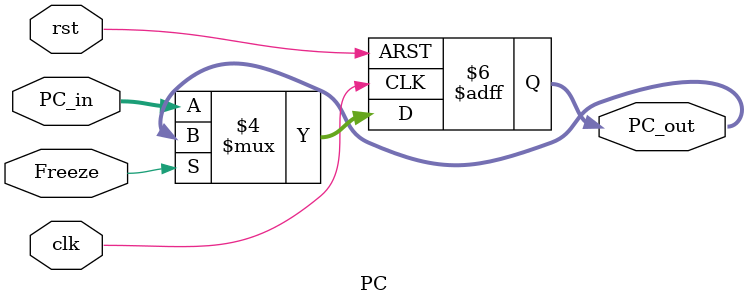
<source format=v>
module PC
(
    input                        clk,
    input                        rst,
    input                        Freeze,
    input      [31:0]            PC_in,

    output reg [31:0]            PC_out
);

    always @(posedge clk, posedge rst) begin
        if(rst) PC_out <= 0;
        else if(~Freeze) PC_out <= PC_in;
        else PC_out <= PC_out;
    end
 
endmodule
</source>
